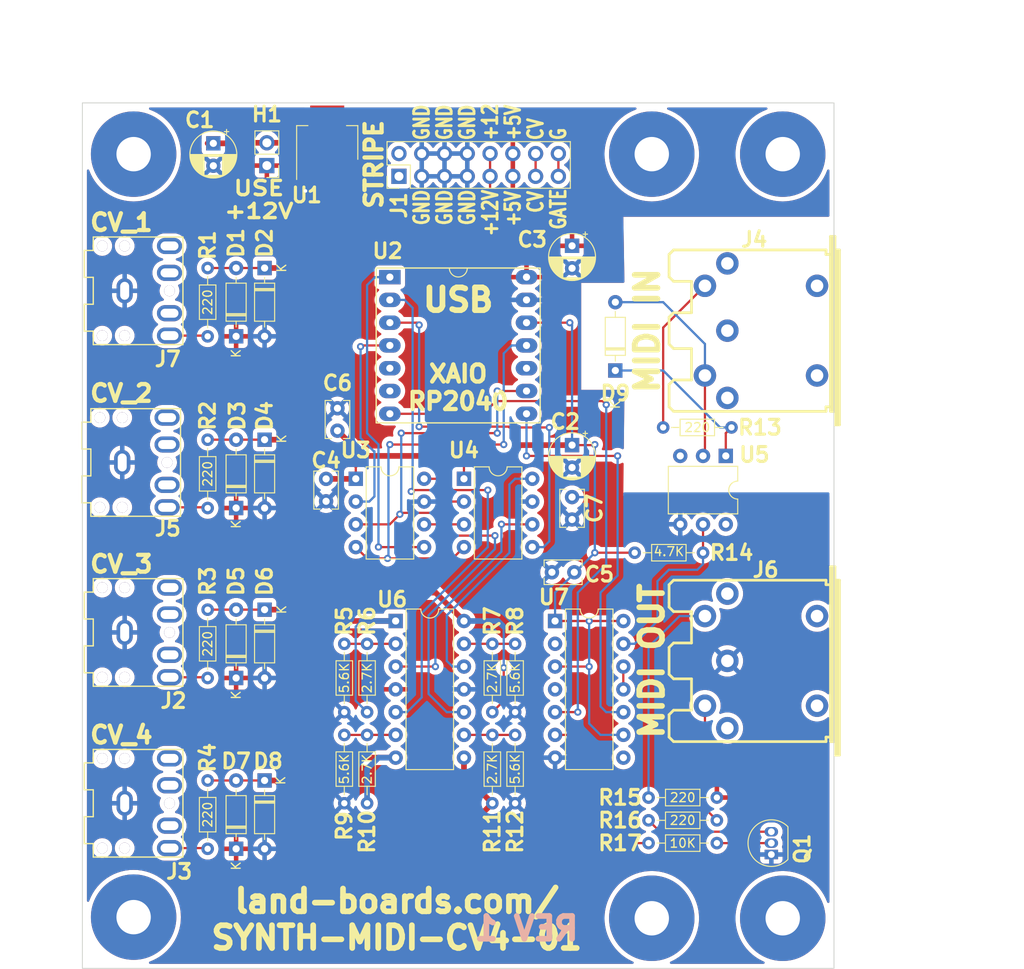
<source format=kicad_pcb>
(kicad_pcb (version 20211014) (generator pcbnew)
  (title_block (title "SYNTH MIDI COMTROLLER") (date "2022-09-23") (rev "1") (company "LAND BOARDS, LLC"))
  (layers (0 "F.Cu" signal) (31 "B.Cu" signal) (34 "B.Paste" user) (35 "F.Paste" user) (36 "B.SilkS" user "B.Silkscreen") (37 "F.SilkS" user "F.Silkscreen") (38 "B.Mask" user) (39 "F.Mask" user) (44 "Edge.Cuts" user))
  (net 0 "")
  (net 1 "Net-(D9-Pad1)")
  (net 2 "+3V3")
  (net 3 "+5V")
  (net 5 "+12V")
  (net 6 "Net-(C1-Pad1)")
  (net 11 "/RXD")
  (net 14 "/MIDI_IN")
  (net 15 "/CV_OUT")
  (net 16 "/CV4_I")
  (net 17 "/GATE_OUT")
  (net 18 "/CV3_I")
  (net 19 "Net-(D9-Pad2)")
  (net 20 "Net-(J6-Pad5)")
  (net 21 "Net-(Q1-Pad2)")
  (net 22 "Net-(Q1-Pad3)")
  (net 23 "/CV1_I")
  (net 24 "Net-(J6-Pad4)")
  (net 25 "/CV2_I")
  (net 26 "/CV4")
  (net 27 "/CV3")
  (net 28 "Net-(J8-Pad3)")
  (net 29 "/CV1")
  (net 30 "Net-(J8-Pad4)")
  (net 31 "/CV2")
  (net 37 "GND")
  (net 38 "Net-(U2-Pad7)")
  (net 39 "/CS01*")
  (net 44 "/LD34*")
  (net 45 "/CS23*")
  (net 46 "/LD12*")
  (net 47 "/SCK")
  (net 48 "/MOSI")
  (net 49 "Net-(R5-Pad2)")
  (net 50 "Net-(R7-Pad1)")
  (net 51 "Net-(R10-Pad1)")
  (net 52 "Net-(R11-Pad1)")
  (net 53 "Net-(R14-Pad1)")
  (net 54 "Net-(R17-Pad2)")
  (net 56 "Net-(U7-Pad11)")
  (net 57 "/AOUT4")
  (net 58 "/AOUT3")
  (net 59 "/AOUT2")
  (net 60 "/AOUT1")
  (footprint "Capacitor_THT:CP_Radial_D5.0mm_P2.50mm" (layer "F.Cu") (at 140.97 38.799888 -90)
    (fp_text reference "C3")
    (fp_text value "10uF")
  )
  (footprint "Diode_THT:D_DO-35_SOD27_P7.62mm_Horizontal" (layer "F.Cu") (at 106.68 98.425 -90)
    (fp_text reference "D8")
    (fp_text value "BAT41")
  )
  (footprint "Capacitor_THT:CP_Radial_D5.0mm_P2.50mm" (layer "F.Cu") (at 140.97 61.024888 -90)
    (fp_text reference "C2")
    (fp_text value "10uF")
  )
  (footprint "Diode_THT:D_DO-35_SOD27_P7.62mm_Horizontal" (layer "F.Cu") (at 106.68 41.275 -90)
    (fp_text reference "D2")
    (fp_text value "BAT41")
  )
  (footprint "LandBoards_MountHoles:MTG-6-32" (layer "F.Cu") (at 92.075 113.665)
    (fp_text reference "MTG2" hide)
    (fp_text value "MountingHole" hide)
  )
  (footprint "Resistor_THT:R_Axial_DIN0204_L3.6mm_D1.6mm_P7.62mm_Horizontal" (layer "F.Cu") (at 132.08 93.345 -90)
    (fp_text reference "R11")
    (fp_text value "2.7K")
  )
  (footprint "LandBoards_MountHoles:MTG-6-32" (layer "F.Cu") (at 164.465 28.575)
    (fp_text reference "MTG3" hide)
    (fp_text value "MountingHole" hide)
  )
  (footprint "LandBoards_MountHoles:MTG-6-32" (layer "F.Cu") (at 146.558 114.173)
    (fp_text reference "MTG6" hide)
    (fp_text value "MountingHole" hide)
  )
  (footprint "Resistor_THT:R_Axial_DIN0204_L3.6mm_D1.6mm_P7.62mm_Horizontal" (layer "F.Cu") (at 100.33 60.42 -90)
    (fp_text reference "R2")
    (fp_text value "220")
  )
  (footprint "Resistor_THT:R_Axial_DIN0204_L3.6mm_D1.6mm_P7.62mm_Horizontal" (layer "F.Cu") (at 118.11 93.345 -90)
    (fp_text reference "R10")
    (fp_text value "2.7K")
  )
  (footprint "Capacitor_THT:C_Rect_L4.0mm_W2.5mm_P2.50mm" (layer "F.Cu") (at 141.224 75.204 180)
    (fp_text reference "C5")
    (fp_text value "0.1uF")
  )
  (footprint "Resistor_THT:R_Axial_DIN0204_L3.6mm_D1.6mm_P7.62mm_Horizontal" (layer "F.Cu") (at 100.33 98.425 -90)
    (fp_text reference "R4")
    (fp_text value "220")
  )
  (footprint "Resistor_THT:R_Axial_DIN0204_L3.6mm_D1.6mm_P7.62mm_Horizontal" (layer "F.Cu") (at 151.13 59.055)
    (fp_text reference "R13")
    (fp_text value "220")
  )
  (footprint "Resistor_THT:R_Axial_DIN0204_L3.6mm_D1.6mm_P7.62mm_Horizontal" (layer "F.Cu") (at 132.08 83.185 -90)
    (fp_text reference "R7")
    (fp_text value "2.7K")
  )
  (footprint "LandBoards_Conns:Jack_3.5mm_CUI_SJ1-3523N_Horizontal" (layer "F.Cu") (at 91.075 100.965 90)
    (fp_text reference "J3")
    (fp_text value "AudioJack3" hide)
  )
  (footprint "Package_DIP:DIP-8_W7.62mm" (layer "F.Cu") (at 116.85 64.78)
    (fp_text reference "U3")
    (fp_text value "MCP4822-E/P")
  )
  (footprint "Package_DIP:DIP-6_W7.62mm" (layer "F.Cu") (at 158.115 62.23 -90)
    (fp_text reference "U5")
    (fp_text value "CNY17-4X006")
  )
  (footprint "LandBoards_Conns:Jack_3.5mm_CUI_SJ1-3523N_Horizontal" (layer "F.Cu") (at 90.805 62.96 90)
    (fp_text reference "J5")
    (fp_text value "AudioJack3" hide)
  )
  (footprint "Capacitor_THT:C_Rect_L4.0mm_W2.5mm_P2.50mm" (layer "F.Cu") (at 140.97 66.822 -90)
    (fp_text reference "C7")
    (fp_text value "0.1uF")
  )
  (footprint "Diode_THT:D_DO-35_SOD27_P7.62mm_Horizontal" (layer "F.Cu") (at 103.505 68.04 90)
    (fp_text reference "D3")
    (fp_text value "BAT41")
  )
  (footprint "Package_DIP:DIP-8_W7.62mm" (layer "F.Cu") (at 128.915 64.78)
    (fp_text reference "U4")
    (fp_text value "MCP4822-E/P")
  )
  (footprint "Resistor_THT:R_Axial_DIN0204_L3.6mm_D1.6mm_P7.62mm_Horizontal" (layer "F.Cu") (at 118.11 83.185 -90)
    (fp_text reference "R6")
    (fp_text value "2.7K")
  )
  (footprint "Diode_THT:D_DO-35_SOD27_P7.62mm_Horizontal" (layer "F.Cu") (at 145.796 52.705 90)
    (fp_text reference "D9")
    (fp_text value "BAT41")
  )
  (footprint "Resistor_THT:R_Axial_DIN0204_L3.6mm_D1.6mm_P7.62mm_Horizontal" (layer "F.Cu") (at 100.33 41.275 -90)
    (fp_text reference "R1")
    (fp_text value "220")
  )
  (footprint "Diode_THT:D_DO-35_SOD27_P7.62mm_Horizontal" (layer "F.Cu") (at 103.505 48.895 90)
    (fp_text reference "D1")
    (fp_text value "BAT41")
  )
  (footprint "Diode_THT:D_DO-35_SOD27_P7.62mm_Horizontal" (layer "F.Cu") (at 103.505 106.045 90)
    (fp_text reference "D7")
    (fp_text value "BAT41")
  )
  (footprint "Diode_THT:D_DO-35_SOD27_P7.62mm_Horizontal" (layer "F.Cu") (at 106.68 79.375 -90)
    (fp_text reference "D6")
    (fp_text value "BAT41")
  )
  (footprint "Package_DIP:DIP-14_W7.62mm" (layer "F.Cu") (at 121.295 80.64)
    (fp_text reference "U6")
    (fp_text value "MCP6234")
  )
  (footprint "LandBoards_Conns:MIDI_DIN-5" (layer "F.Cu") (at 161.29 85.09 90)
    (fp_text reference "J6")
    (fp_text value "DIN-5" hide)
  )
  (footprint "Resistor_THT:R_Axial_DIN0204_L3.6mm_D1.6mm_P7.62mm_Horizontal" (layer "F.Cu") (at 115.57 90.805 90)
    (fp_text reference "R5")
    (fp_text value "5.6K")
  )
  (footprint "Resistor_THT:R_Axial_DIN0204_L3.6mm_D1.6mm_P7.62mm_Horizontal" (layer "F.Cu") (at 100.33 79.375 -90)
    (fp_text reference "R3")
    (fp_text value "220")
  )
  (footprint "LandBoards_MountHoles:MTG-6-32" (layer "F.Cu") (at 147.574 28.194)
    (fp_text reference "MTG5" hide)
    (fp_text value "MountingHole" hide)
  )
  (footprint "Diode_THT:D_DO-35_SOD27_P7.62mm_Horizontal" (layer "F.Cu") (at 106.68 60.42 -90)
    (fp_text reference "D4")
    (fp_text value "BAT41")
  )
  (footprint "Connector_PinHeader_2.54mm:PinHeader_2x08_P2.54mm_Vertical" (layer "F.Cu") (at 121.666 31.05 90)
    (fp_text reference "J1")
    (fp_text value "Conn_02x08_Odd_Even")
  )
  (footprint "Resistor_THT:R_Axial_DIN0204_L3.6mm_D1.6mm_P7.62mm_Horizontal" (layer "F.Cu") (at 149.5 102.87)
    (fp_text reference "R16")
    (fp_text value "220")
  )
  (footprint "Package_TO_SOT_THT:TO-92_Inline" (layer "F.Cu") (at 163.195 106.68 90)
    (fp_text reference "Q1")
    (fp_text value "2N3904")
  )
  (footprint "LandBoards_BoardOutlines:QT_Py" (layer "F.Cu") (at 120.65 42.291)
    (fp_text reference "U2")
    (fp_text value "XIAO_RP2040")
  )
  (footprint "Diode_THT:D_DO-35_SOD27_P7.62mm_Horizontal" (layer "F.Cu") (at 103.505 86.995 90)
    (fp_text reference "D5")
    (fp_text value "BAT41")
  )
  (footprint "Capacitor_THT:C_Rect_L4.0mm_W2.5mm_P2.50mm" (layer "F.Cu") (at 113.538 64.79 -90)
    (fp_text reference "C4")
    (fp_text value "0.1uF")
  )
  (footprint "Connector_PinHeader_2.54mm:PinHeader_1x02_P2.54mm_Vertical" (layer "F.Cu") (at 106.934 29.85 180)
    (fp_text reference "H1")
    (fp_text value "Conn_01x02")
  )
  (footprint "LandBoards_MountHoles:MTG-6-32" (layer "F.Cu") (at 164.465 113.665)
    (fp_text reference "MTG4" hide)
    (fp_text value "MountingHole" hide)
  )
  (footprint "Capacitor_THT:C_Rect_L4.0mm_W2.5mm_P2.50mm" (layer "F.Cu") (at 114.808 59.416 90)
    (fp_text reference "C6")
    (fp_text value "0.1uF")
  )
  (footprint "LandBoards_MountHoles:MTG-6-32" (layer "F.Cu") (at 92.075 28.575)
    (fp_text reference "MTG1" hide)
    (fp_text value "MountingHole" hide)
  )
  (footprint "Resistor_THT:R_Axial_DIN0204_L3.6mm_D1.6mm_P7.62mm_Horizontal" (layer "F.Cu") (at 134.62 90.805 90)
    (fp_text reference "R8")
    (fp_text value "5.6K")
  )
  (footprint "Resistor_THT:R_Axial_DIN0204_L3.6mm_D1.6mm_P7.62mm_Horizontal" (layer "F.Cu") (at 155.575 73.025 180)
    (fp_text reference "R14")
    (fp_text value "4.7K")
  )
  (footprint "Resistor_THT:R_Axial_DIN0204_L3.6mm_D1.6mm_P7.62mm_Horizontal" (layer "F.Cu") (at 115.57 100.965 90)
    (fp_text reference "R9")
    (fp_text value "5.6K")
  )
  (footprint "Resistor_THT:R_Axial_DIN0204_L3.6mm_D1.6mm_P7.62mm_Horizontal" (layer "F.Cu") (at 134.62 100.965 90)
    (fp_text reference "R12")
    (fp_text value "5.6K")
  )
  (footprint "LandBoards_Conns:MIDI_DIN-5" (layer "F.Cu") (at 161.29 48.26 90)
    (fp_text reference "J4")
    (fp_text value "DIN-5" hide)
  )
  (footprint "Resistor_THT:R_Axial_DIN0204_L3.6mm_D1.6mm_P7.62mm_Horizontal" (layer "F.Cu") (at 149.5 100.33)
    (fp_text reference "R15")
    (fp_text value "220")
  )
  (footprint "LandBoards_Conns:Jack_3.5mm_CUI_SJ1-3523N_Horizontal" (layer "F.Cu") (at 91.075 81.915 90)
    (fp_text reference "J2")
    (fp_text value "AudioJack3" hide)
  )
  (footprint "Capacitor_THT:CP_Radial_D5.0mm_P2.50mm" (layer "F.Cu") (at 100.965 27.369888 -90)
    (fp_text reference "C1")
    (fp_text value "10uF")
  )
  (footprint "LandBoards_Conns:Jack_3.5mm_CUI_SJ1-3523N_Horizontal" (layer "F.Cu") (at 91.075 43.815 90)
    (fp_text reference "J7")
    (fp_text value "AudioJack3" hide)
  )
  (footprint "Package_DIP:DIP-14_W7.62mm" (layer "F.Cu") (at 139.075 80.64)
    (fp_text reference "U7")
    (fp_text value "74HC14")
  )
  (footprint "Resistor_THT:R_Axial_DIN0204_L3.6mm_D1.6mm_P7.62mm_Horizontal" (layer "F.Cu") (at 157.12 105.41 180)
    (fp_text reference "R17")
    (fp_text value "10K")
  )
  (footprint "Package_TO_SOT_SMD:SOT-223" (layer "F.Cu") (at 113.665 27.305 90)
    (fp_text reference "U1")
    (fp_text value "AZ1117-5")
  )
  (gr_rect (start 86.36 22.86) (end 170.18 119.38) (layer "Edge.Cuts") (width 0.1) (fill none))
  (gr_text "REV 1" (at 135.89 114.935) (layer "B.SilkS") (effects (font (size 2.54 2.54) (thickness 0.635)) (justify mirror)))
  (gr_text "XAIO\nRP2040" (at 128.27 54.61) (layer "F.SilkS") (effects (font (size 1.905 1.905) (thickness 0.47625))))
  (gr_text "STRIPE" (at 118.872 29.718 90) (layer "F.SilkS") (effects (font (size 1.905 1.905) (thickness 0.47625))))
  (gr_text "CV_3" (at 86.995 74.295) (layer "F.SilkS") (effects (font (size 1.8796 1.905) (thickness 0.4699)) (justify left)))
  (gr_text "GND" (at 126.746 27.178 90) (layer "F.SilkS") (effects (font (size 1.651 1.27) (thickness 0.3175)) (justify left)))
  (gr_text "GND" (at 129.286 27.178 90) (layer "F.SilkS") (effects (font (size 1.651 1.27) (thickness 0.3175)) (justify left)))
  (gr_text "CV_1" (at 86.995 36.195) (layer "F.SilkS") (effects (font (size 1.8796 1.905) (thickness 0.4699)) (justify left)))
  (gr_text "CV" (at 136.906 32.512 90) (layer "F.SilkS") (effects (font (size 1.651 1.27) (thickness 0.3175)) (justify right)))
  (gr_text "+5V" (at 134.366 27.18 90) (layer "F.SilkS") (effects (font (size 1.651 1.27) (thickness 0.3175)) (justify left)))
  (gr_text "land-boards.com/\nSYNTH-MIDI-CV4-01" (at 121.412 113.919) (layer "F.SilkS") (effects (font (size 2.54 2.54) (thickness 0.635))))
  (gr_text "GND" (at 124.206 32.38 90) (layer "F.SilkS") (effects (font (size 1.651 1.27) (thickness 0.3175)) (justify right)))
  (gr_text "+12V" (at 131.856 32.38 90) (layer "F.SilkS") (effects (font (size 1.651 1.27) (thickness 0.3175)) (justify right)))
  (gr_text "MIDI OUT" (at 149.86 85.09 90) (layer "F.SilkS") (effects (font (size 2.54 2.54) (thickness 0.635))))
  (gr_text "+5V" (at 134.366 32.512 90) (layer "F.SilkS") (effects (font (size 1.651 1.27) (thickness 0.3175)) (justify right)))
  (gr_text "GND" (at 129.286 32.38 90) (layer "F.SilkS") (effects (font (size 1.651 1.27) (thickness 0.3175)) (justify right)))
  (gr_text "GATE" (at 139.446 32.258 90) (layer "F.SilkS") (effects (font (size 1.651 1.27) (thickness 0.3175)) (justify right)))
  (gr_text "CV_4" (at 86.995 93.345) (layer "F.SilkS") (effects (font (size 1.905 1.905) (thickness 0.47625)) (justify left)))
  (gr_text "CV" (at 136.906 27.178 90) (layer "F.SilkS") (effects (font (size 1.651 1.27) (thickness 0.3175)) (justify left)))
  (gr_text "USB" (at 128.27 44.831) (layer "F.SilkS") (effects (font (size 2.54 2.54) (thickness 0.635))))
  (gr_text "+12" (at 131.826 27.18 90) (layer "F.SilkS") (effects (font (size 1.651 1.27) (thickness 0.3175)) (justify left)))
  (gr_text "GND" (at 124.206 27.178 90) (layer "F.SilkS") (effects (font (size 1.651 1.27) (thickness 0.3175)) (justify left)))
  (gr_text "GND" (at 126.746 32.38 90) (layer "F.SilkS") (effects (font (size 1.651 1.27) (thickness 0.3175)) (justify right)))
  (gr_text "CV_2" (at 86.995 55.245) (layer "F.SilkS") (effects (font (size 1.8796 1.905) (thickness 0.4699)) (justify left)))
  (gr_text "MIDI IN" (at 149.352 48.26 90) (layer "F.SilkS") (effects (font (size 2.54 2.54) (thickness 0.635))))
  (gr_text "G" (at 139.446 27.178 90) (layer "F.SilkS") (effects (font (size 1.651 1.27) (thickness 0.3175)) (justify left)))
  (gr_text "USE\n+12V" (at 106.045 33.655) (layer "F.SilkS") (effects (font (size 1.5875 1.905) (thickness 0.381))))
  (segment (start 158.115 59.69) (end 158.75 59.055) (width 0.25) (layer "F.Cu") (net 1))
  (segment (start 158.115 62.23) (end 158.115 59.69) (width 0.25) (layer "F.Cu") (net 1))
  (segment (start 151.13 52.705) (end 145.796 52.705) (width 0.25) (layer "B.Cu") (net 1))
  (segment (start 158.75 59.055) (end 157.48 59.055) (width 0.25) (layer "B.Cu") (net 1))
  (segment (start 157.48 59.055) (end 151.13 52.705) (width 0.25) (layer "B.Cu") (net 1))
  (segment (start 142.87 85.72) (end 139.075 85.72) (width 0.25) (layer "F.Cu") (net 2))
  (segment (start 135.190112 61.024888) (end 140.97 61.024888) (width 0.635) (layer "F.Cu") (net 2))
  (segment (start 129.814 62.23) (end 128.915 63.129) (width 0.635) (layer "F.Cu") (net 2))
  (segment (start 140.97 61.024888) (end 143.445112 61.024888) (width 0.25) (layer "F.Cu") (net 2))
  (segment (start 113.538 64.79) (end 116.84 64.79) (width 0.635) (layer "F.Cu") (net 2))
  (segment (start 135.89 47.371) (end 140.716 47.371) (width 0.25) (layer "F.Cu") (net 2))
  (segment (start 116.85 64.78) (end 116.85 63.236) (width 0.25) (layer "F.Cu") (net 2))
  (segment (start 143.51 73.025) (end 147.955 73.025) (width 0.25) (layer "F.Cu") (net 2))
  (segment (start 117.856 62.23) (end 116.85 63.236) (width 0.635) (layer "F.Cu") (net 2))
  (segment (start 142.875 85.725) (end 142.87 85.72) (width 0.25) (layer "F.Cu") (net 2))
  (segment (start 139.075 80.64) (end 142.88 80.64) (width 0.25) (layer "F.Cu") (net 2))
  (segment (start 143.445112 61.024888) (end 143.51 60.96) (width 0.25) (layer "F.Cu") (net 2))
  (segment (start 128.915 63.129) (end 128.915 64.78) (width 0.25) (layer "F.Cu") (net 2))
  (segment (start 117.622 62.23) (end 133.985 62.23) (width 0.635) (layer "F.Cu") (net 2))
  (segment (start 117.622 62.23) (end 114.808 59.416) (width 0.635) (layer "F.Cu") (net 2))
  (segment (start 142.88 80.64) (end 146.695 80.64) (width 0.25) (layer "F.Cu") (net 2))
  (segment (start 133.985 62.23) (end 135.190112 61.024888) (width 0.635) (layer "F.Cu") (net 2))
  (via (at 143.51 60.96) (size 0.8) (drill 0.4) (layers "F.Cu" "B.Cu") (net 2))
  (via (at 140.716 47.371) (size 0.8) (drill 0.4) (layers "F.Cu" "B.Cu") (net 2))
  (via (at 143.51 73.025) (size 0.8) (drill 0.4) (layers "F.Cu" "B.Cu") (net 2))
  (via (at 142.88 80.64) (size 0.8) (drill 0.4) (layers "F.Cu" "B.Cu") (net 2))
  (via (at 142.875 85.725) (size 0.8) (drill 0.4) (layers "F.Cu" "B.Cu") (net 2))
  (segment (start 144.14 93.34) (end 142.875 92.075) (width 0.25) (layer "B.Cu") (net 2))
  (segment (start 142.875 85.725) (end 142.875 80.645) (width 0.25) (layer "B.Cu") (net 2))
  (segment (start 143.49 66.822) (end 143.51 66.802) (width 0.25) (layer "B.Cu") (net 2))
  (segment (start 143.51 73.025) (end 143.51 66.802) (width 0.25) (layer "B.Cu") (net 2))
  (segment (start 140.97 61.024888) (end 140.97 47.625) (width 0.25) (layer "B.Cu") (net 2))
  (segment (start 139.075 77.46) (end 143.51 73.025) (width 0.25) (layer "B.Cu") (net 2))
  (segment (start 146.695 93.34) (end 144.14 93.34) (width 0.25) (layer "B.Cu") (net 2))
  (segment (start 139.075 80.64) (end 139.075 77.46) (width 0.25) (layer "B.Cu") (net 2))
  (segment (start 140.97 47.625) (end 140.716 47.371) (width 0.25) (layer "B.Cu") (net 2))
  (segment (start 143.51 66.802) (end 143.51 61.024888) (width 0.25) (layer "B.Cu") (net 2))
  (segment (start 142.875 80.645) (end 142.88 80.64) (width 0.25) (layer "B.Cu") (net 2))
  (segment (start 140.97 66.822) (end 143.49 66.822) (width 0.25) (layer "B.Cu") (net 2))
  (segment (start 142.875 92.075) (end 142.875 85.725) (width 0.25) (layer "B.Cu") (net 2))
  (segment (start 118.11 34.925) (end 115.965 32.78) (width 0.635) (layer "F.Cu") (net 5))
  (segment (start 129.54 34.925) (end 118.11 34.925) (width 0.635) (layer "F.Cu") (net 5))
  (segment (start 131.826 31.05) (end 131.826 32.639) (width 0.254) (layer "F.Cu") (net 5))
  (segment (start 115.965 32.78) (end 115.965 30.455) (width 0.254) (layer "F.Cu") (net 5))
  (segment (start 129.54 34.925) (end 131.826 32.639) (width 0.635) (layer "F.Cu") (net 5))
  (segment (start 131.826 31.05) (end 131.826 28.51) (width 0.254) (layer "F.Cu") (net 5))
  (segment (start 104.132776 27.31) (end 106.934 27.31) (width 0.635) (layer "F.Cu") (net 6))
  (segment (start 113.665 27.305) (end 113.665 24.155) (width 0.635) (layer "F.Cu") (net 6))
  (segment (start 111.683 27.305) (end 111.678 27.31) (width 0.635) (layer "F.Cu") (net 6))
  (segment (start 100.33 27.369888) (end 104.072888 27.369888) (width 0.635) (layer "F.Cu") (net 6))
  (segment (start 113.665 27.305) (end 113.665 30.455) (width 0.635) (layer "F.Cu") (net 6))
  (segment (start 104.072888 27.369888) (end 104.132776 27.31) (width 0.635) (layer "F.Cu") (net 6))
  (segment (start 111.683 27.305) (end 113.665 27.305) (width 0.635) (layer "F.Cu") (net 6))
  (segment (start 111.678 27.31) (end 106.934 27.31) (width 0.635) (layer "F.Cu") (net 6))
  (segment (start 135.89 62.23) (end 146.05 62.23) (width 0.25) (layer "F.Cu") (net 11))
  (via (at 146.05 62.23) (size 0.8) (drill 0.4) (layers "F.Cu" "B.Cu") (net 11))
  (via (at 135.89 62.23) (size 0.8) (drill 0.4) (layers "F.Cu" "B.Cu") (net 11))
  (segment (start 144.775 90.8) (end 144.145 90.17) (width 0.25) (layer "B.Cu") (net 11))
  (segment (start 146.05 75.565) (end 144.145 77.47) (width 0.25) (layer "B.Cu") (net 11))
  (segment (start 146.05 62.23) (end 146.05 75.565) (width 0.25) (layer "B.Cu") (net 11))
  (segment (start 135.89 62.23) (end 135.89 57.531) (width 0.25) (layer "B.Cu") (net 11))
  (segment (start 144.145 90.17) (end 144.145 77.47) (width 0.25) (layer "B.Cu") (net 11))
  (segment (start 146.695 90.8) (end 144.775 90.8) (width 0.25) (layer "B.Cu") (net 11))
  (segment (start 151.13 47.92) (end 155.79 43.26) (width 0.25) (layer "F.Cu") (net 14))
  (segment (start 151.13 59.055) (end 151.13 47.92) (width 0.25) (layer "F.Cu") (net 14))
  (segment (start 136.906 28.51) (end 136.906 31.05) (width 0.254) (layer "F.Cu") (net 15))
  (segment (start 128.915 95.88) (end 128.915 97.8) (width 0.635) (layer "F.Cu") (net 16))
  (segment (start 103.505 98.425) (end 106.68 98.425) (width 0.25) (layer "F.Cu") (net 16))
  (segment (start 129.54 103.505) (end 132.08 100.965) (width 0.635) (layer "F.Cu") (net 16))
  (segment (start 128.915 97.8) (end 132.08 100.965) (width 0.635) (layer "F.Cu") (net 16))
  (segment (start 100.33 98.425) (end 103.505 98.425) (width 0.25) (layer "F.Cu") (net 16))
  (segment (start 113.03 103.505) (end 129.54 103.505) (width 0.635) (layer "F.Cu") (net 16))
  (segment (start 107.95 98.425) (end 113.03 103.505) (width 0.635) (layer "F.Cu") (net 16))
  (segment (start 106.68 98.425) (end 107.95 98.425) (width 0.635) (layer "F.Cu") (net 16))
  (segment (start 139.446 28.51) (end 139.446 31.05) (width 0.254) (layer "F.Cu") (net 17))
  (segment (start 109.855 91.44) (end 109.855 80.645) (width 0.635) (layer "F.Cu") (net 18))
  (segment (start 100.33 79.375) (end 103.505 79.375) (width 0.25) (layer "F.Cu") (net 18))
  (segment (start 109.855 80.645) (end 108.585 79.375) (width 0.635) (layer "F.Cu") (net 18))
  (segment (start 103.505 79.375) (end 106.68 79.375) (width 0.25) (layer "F.Cu") (net 18))
  (segment (start 121.295 95.88) (end 114.295 95.88) (width 0.635) (layer "F.Cu") (net 18))
  (segment (start 108.585 79.375) (end 106.68 79.375) (width 0.635) (layer "F.Cu") (net 18))
  (segment (start 114.295 95.88) (end 109.855 91.44) (width 0.635) (layer "F.Cu") (net 18))
  (segment (start 118.11 97.155) (end 119.385 95.88) (width 0.635) (layer "B.Cu") (net 18))
  (segment (start 119.385 95.88) (end 121.295 95.88) (width 0.635) (layer "B.Cu") (net 18))
  (segment (start 118.11 100.965) (end 118.11 97.155) (width 0.635) (layer "B.Cu") (net 18))
  (segment (start 155.79 53.26) (end 155.79 62.015) (width 0.25) (layer "F.Cu") (net 19))
  (segment (start 155.79 53.26) (end 155.79 49.745) (width 0.25) (layer "B.Cu") (net 19))
  (segment (start 155.79 49.745) (end 151.13 45.085) (width 0.25) (layer "B.Cu") (net 19))
  (segment (start 151.13 45.085) (end 145.796 45.085) (width 0.25) (layer "B.Cu") (net 19))
  (segment (start 155.79 101.54) (end 157.12 102.87) (width 0.25) (layer "F.Cu") (net 20))
  (segment (start 155.79 90.09) (end 155.79 101.54) (width 0.25) (layer "F.Cu") (net 20))
  (segment (start 157.12 105.41) (end 163.195 105.41) (width 0.25) (layer "F.Cu") (net 21))
  (segment (start 150.77 104.14) (end 163.195 104.14) (width 0.25) (layer "F.Cu") (net 22))
  (segment (start 149.5 102.87) (end 150.77 104.14) (width 0.25) (layer "F.Cu") (net 22))
  (segment (start 133.35 85.852) (end 133.35 89.535) (width 0.25) (layer "F.Cu") (net 23))
  (segment (start 111.4425 43.4975) (end 109.22 41.275) (width 0.635) (layer "F.Cu") (net 23))
  (segment (start 109.22 41.275) (end 106.68 41.275) (width 0.635) (layer "F.Cu") (net 23))
  (segment (start 111.4425 73.5965) (end 111.4425 43.4975) (width 0.635) (layer "F.Cu") (net 23))
  (segment (start 133.35 89.535) (end 132.08 90.805) (width 0.25) (layer "F.Cu") (net 23))
  (segment (start 103.505 41.275) (end 106.68 41.275) (width 0.25) (layer "F.Cu") (net 23))
  (segment (start 128.915 80.64) (end 125.745 77.47) (width 0.635) (layer "F.Cu") (net 23))
  (segment (start 125.745 77.47) (end 115.316 77.47) (width 0.635) (layer "F.Cu") (net 23))
  (segment (start 100.33 41.275) (end 103.505 41.275) (width 0.25) (layer "F.Cu") (net 23))
  (segment (start 115.316 77.47) (end 111.4425 73.5965) (width 0.635) (layer "F.Cu") (net 23))
  (via (at 133.35 85.852) (size 0.8) (drill 0.4) (layers "F.Cu" "B.Cu") (net 23))
  (segment (start 133.35 85.852) (end 133.35 81.28) (width 0.25) (layer "B.Cu") (net 23))
  (segment (start 132.71 80.64) (end 128.915 80.64) (width 0.635) (layer "B.Cu") (net 23))
  (segment (start 133.35 81.28) (end 132.71 80.64) (width 0.635) (layer "B.Cu") (net 23))
  (segment (start 155.79 80.09) (end 152.955 80.09) (width 0.25) (layer "B.Cu") (net 24))
  (segment (start 152.955 80.09) (end 149.5 83.545) (width 0.25) (layer "B.Cu") (net 24))
  (segment (start 149.5 83.545) (end 149.5 100.33) (width 0.25) (layer "B.Cu") (net 24))
  (segment (start 108.68 60.42) (end 106.68 60.42) (width 0.635) (layer "F.Cu") (net 25))
  (segment (start 109.982 61.722) (end 108.68 60.42) (width 0.635) (layer "F.Cu") (net 25))
  (segment (start 109.982 78.232) (end 109.982 61.722) (width 0.635) (layer "F.Cu") (net 25))
  (segment (start 100.775 60.42) (end 103.95 60.42) (width 0.25) (layer "F.Cu") (net 25))
  (segment (start 121.295 80.64) (end 112.39 80.64) (width 0.635) (layer "F.Cu") (net 25))
  (segment (start 103.95 60.42) (end 107.125 60.42) (width 0.25) (layer "F.Cu") (net 25))
  (segment (start 112.39 80.64) (end 109.982 78.232) (width 0.635) (layer "F.Cu") (net 25))
  (segment (start 116.84 89.535) (end 118.11 90.805) (width 0.25) (layer "B.Cu") (net 25))
  (segment (start 117.48 80.64) (end 121.295 80.64) (width 0.635) (layer "B.Cu") (net 25))
  (segment (start 116.84 81.28) (end 117.48 80.64) (width 0.25) (layer "B.Cu") (net 25))
  (segment (start 116.84 89.535) (end 116.84 81.28) (width 0.25) (layer "B.Cu") (net 25))
  (segment (start 96.075 105.965) (end 100.25 105.965) (width 0.25) (layer "F.Cu") (net 26))
  (segment (start 96.075 86.915) (end 100.25 86.915) (width 0.25) (layer "F.Cu") (net 27))
  (segment (start 96.075 48.815) (end 100.25 48.815) (width 0.25) (layer "F.Cu") (net 29))
  (segment (start 95.805 67.96) (end 100.25 67.96) (width 0.25) (layer "F.Cu") (net 31))
  (segment (start 111.238 32.678) (end 111.238 30.48) (width 0.254) (layer "F.Cu") (net 37))
  (via (at 111.238 32.678) (size 0.8) (drill 0.4) (layers "F.Cu" "B.Cu") (net 37))
  (segment (start 132.47948 56.11552) (end 144.38052 56.11552) (width 0.25) (layer "F.Cu") (net 38))
  (segment (start 144.38052 56.11552) (end 144.78 56.515) (width 0.25) (layer "F.Cu") (net 38))
  (segment (start 131.064 57.531) (end 132.47948 56.11552) (width 0.25) (layer "F.Cu") (net 38))
  (segment (start 141.61 90.8) (end 139.075 90.8) (width 0.25) (layer "F.Cu") (net 38))
  (segment (start 120.65 57.531) (end 131.064 57.531) (width 0.25) (layer "F.Cu") (net 38))
  (via (at 141.61 90.8) (size 0.8) (drill 0.4) (layers "F.Cu" "B.Cu") (net 38))
  (via (at 144.78 56.515) (size 0.8) (drill 0.4) (layers "F.Cu" "B.Cu") (net 38))
  (segment (start 141.61 90.8) (end 141.61 77.465) (width 0.25) (layer "B.Cu") (net 38))
  (segment (start 141.61 77.465) (end 144.78 74.295) (width 0.25) (layer "B.Cu") (net 38))
  (segment (start 144.78 56.515) (end 144.78 74.295) (width 0.25) (layer "B.Cu") (net 38))
  (segment (start 128.915 67.32) (end 126.502 67.32) (width 0.25) (layer "F.Cu") (net 39))
  (segment (start 125.222 66.04) (end 123.19 66.04) (width 0.25) (layer "F.Cu") (net 39))
  (segment (start 126.502 67.32) (end 125.222 66.04) (width 0.25) (layer "F.Cu") (net 39))
  (segment (start 123.19 66.04) (end 123.034511 66.195489) (width 0.25) (layer "F.Cu") (net 39))
  (via (at 123.034511 66.195489) (size 0.8) (drill 0.4) (layers "F.Cu" "B.Cu") (net 39))
  (segment (start 123.19 45.72) (end 122.301 44.831) (width 0.25) (layer "B.Cu") (net 39))
  (segment (start 122.301 44.831) (end 120.65 44.831) (width 0.25) (layer "B.Cu") (net 39))
  (segment (start 123.19 66.04) (end 123.19 45.72) (width 0.25) (layer "B.Cu") (net 39))
  (segment (start 123.034511 66.195489) (end 123.19 66.04) (width 0.25) (layer "B.Cu") (net 39))
  (segment (start 124.47 72.4) (end 119.39 72.4) (width 0.25) (layer "F.Cu") (net 44))
  (segment (start 119.39 72.4) (end 119.38 72.39) (width 0.25) (layer "F.Cu") (net 44))
  (via (at 119.38 72.39) (size 0.8) (drill 0.4) (layers "F.Cu" "B.Cu") (net 44))
  (segment (start 119.38 72.39) (end 119.38 60.96) (width 0.25) (layer "B.Cu") (net 44))
  (segment (start 118.11 59.69) (end 118.11 43.18) (width 0.25) (layer "B.Cu") (net 44))
  (segment (start 119.38 60.96) (end 118.11 59.69) (width 0.25) (layer "B.Cu") (net 44))
  (segment (start 118.999 42.291) (end 120.65 42.291) (width 0.25) (layer "B.Cu") (net 44))
  (segment (start 118.11 43.18) (end 118.999 42.291) (width 0.25) (layer "B.Cu") (net 44))
  (segment (start 117.5125 49.911) (end 117.3855 50.038) (width 0.25) (layer "F.Cu") (net 45))
  (segment (start 120.65 49.911) (end 117.5125 49.911) (width 0.25) (layer "F.Cu") (net 45))
  (via (at 117.3855 50.038) (size 0.8) (drill 0.4) (layers "F.Cu" "B.Cu") (net 45))
  (segment (start 118.872 61.722) (end 118.93048 61.722) (width 0.25) (layer "B.Cu") (net 45))
  (segment (start 118.354 67.32) (end 116.85 67.32) (width 0.25) (layer "B.Cu") (net 45))
  (segment (start 117.3855 50.038) (end 117.3855 60.2355) (width 0.25) (layer "B.Cu") (net 45))
  (segment (start 118.93048 61.722) (end 118.93048 66.74352) (width 0.25) (layer "B.Cu") (net 45))
  (segment (start 118.93048 66.74352) (end 118.354 67.32) (width 0.25) (layer "B.Cu") (net 45))
  (segment (start 117.3855 60.2355) (end 118.872 61.722) (width 0.25) (layer "B.Cu") (net 45))
  (segment (start 138.43 59.055) (end 133.985 59.055) (width 0.25) (layer "F.Cu") (net 46))
  (segment (start 123.6605 47.371) (end 120.65 47.371) (width 0.25) (layer "F.Cu") (net 46))
  (segment (start 133.895489 58.965489) (end 123.914511 58.965489) (width 0.25) (layer "F.Cu") (net 46))
  (segment (start 133.985 59.055) (end 133.895489 58.965489) (width 0.25) (layer "F.Cu") (net 46))
  (segment (start 123.9145 47.625) (end 123.6605 47.371) (width 0.25) (layer "F.Cu") (net 46))
  (via (at 138.43 59.055) (size 0.8) (drill 0.4) (layers "F.Cu" "B.Cu") (net 46))
  (via (at 123.914511 58.965489) (size 0.8) (drill 0.4) (layers "F.Cu" "B.Cu") (net 46))
  (via (at 123.9145 47.625) (size 0.8) (drill 0.4) (layers "F.Cu" "B.Cu") (net 46))
  (segment (start 138.43 71.755) (end 138.43 59.055) (width 0.25) (layer "B.Cu") (net 46))
  (segment (start 136.535 72.4) (end 137.785 72.4) (width 0.25) (layer "B.Cu") (net 46))
  (segment (start 123.914511 58.965489) (end 123.9145 58.965478) (width 0.25) (layer "B.Cu") (net 46))
  (segment (start 137.785 72.4) (end 138.43 71.755) (width 0.25) (layer "B.Cu") (net 46))
  (segment (start 123.9145 58.965478) (end 123.9145 47.625) (width 0.25) (layer "B.Cu") (net 46))
  (segment (start 121.92 59.69) (end 132.6255 59.69) (width 0.25) (layer "F.Cu") (net 47))
  (segment (start 128.915 69.86) (end 126.756 69.86) (width 0.25) (layer "F.Cu") (net 47))
  (segment (start 121.92 68.58) (end 121.764511 68.735489) (width 0.25) (layer "F.Cu") (net 47))
  (segment (start 125.476 68.58) (end 121.92 68.58) (width 0.25) (layer "F.Cu") (net 47))
  (segment (start 120.64 69.86) (end 121.764511 68.735489) (width 0.25) (layer "F.Cu") (net 47))
  (segment (start 132.6255 54.991) (end 135.89 54.991) (width 0.25) (layer "F.Cu") (net 47))
  (segment (start 126.756 69.86) (end 125.476 68.58) (width 0.25) (layer "F.Cu") (net 47))
  (segment (start 116.85 69.86) (end 120.64 69.86) (width 0.25) (layer "F.Cu") (net 47))
  (via (at 121.92 59.69) (size 0.8) (drill 0.4) (layers "F.Cu" "B.Cu") (net 47))
  (via (at 132.6255 54.991) (size 0.8) (drill 0.4) (layers "F.Cu" "B.Cu") (net 47))
  (via (at 121.764511 68.735489) (size 0.8) (drill 0.4) (layers "F.Cu" "B.Cu") (net 47))
  (via (at 132.6255 59.69) (size 0.8) (drill 0.4) (layers "F.Cu" "B.Cu") (net 47))
  (segment (start 132.6255 59.69) (end 132.6255 54.991) (width 0.25) (layer "B.Cu") (net 47))
  (segment (start 121.764511 68.735489) (end 121.92 68.58) (width 0.25) (layer "B.Cu") (net 47))
  (segment (start 121.92 68.58) (end 121.92 59.69) (width 0.25) (layer "B.Cu") (net 47))
  (segment (start 120.65 60.96) (end 133.35 60.96) (width 0.25) (layer "F.Cu") (net 48))
  (segment (start 120.396 73.66) (end 127.655 73.66) (width 0.25) (layer "F.Cu") (net 48))
  (segment (start 127.655 73.66) (end 128.915 72.4) (width 0.25) (layer "F.Cu") (net 48))
  (segment (start 118.11 73.66) (end 120.396 73.66) (width 0.25) (layer "F.Cu") (net 48))
  (segment (start 116.85 72.4) (end 118.11 73.66) (width 0.25) (layer "F.Cu") (net 48))
  (via (at 120.65 60.96) (size 0.8) (drill 0.4) (layers "F.Cu" "B.Cu") (net 48))
  (via (at 120.396 73.66) (size 0.8) (drill 0.4) (layers "F.Cu" "B.Cu") (net 48))
  (via (at 133.35 60.96) (size 0.8) (drill 0.4) (layers "F.Cu" "B.Cu") (net 48))
  (segment (start 120.494511 73.561489) (end 120.494511 61.115489) (width 0.25) (layer "B.Cu") (net 48))
  (segment (start 120.494511 61.115489) (end 120.65 60.96) (width 0.25) (layer "B.Cu") (net 48))
  (segment (start 120.494511 73.561489) (end 120.396 73.66) (width 0.25) (layer "B.Cu") (net 48))
  (segment (start 134.239 49.911) (end 133.35 50.8) (width 0.25) (layer "B.Cu") (net 48))
  (segment (start 133.35 60.96) (end 133.35 50.8) (width 0.25) (layer "B.Cu") (net 48))
  (segment (start 135.89 49.911) (end 134.239 49.911) (width 0.25) (layer "B.Cu") (net 48))
  (segment (start 115.57 83.185) (end 118.11 83.185) (width 0.25) (layer "F.Cu") (net 49))
  (segment (start 118.11 83.185) (end 121.29 83.185) (width 0.25) (layer "F.Cu") (net 49))
  (segment (start 128.915 83.18) (end 132.075 83.18) (width 0.25) (layer "F.Cu") (net 50))
  (segment (start 132.08 83.185) (end 134.62 83.185) (width 0.25) (layer "F.Cu") (net 50))
  (segment (start 121.295 93.34) (end 118.115 93.34) (width 0.25) (layer "F.Cu") (net 51))
  (segment (start 118.11 93.345) (end 115.57 93.345) (width 0.25) (layer "F.Cu") (net 51))
  (segment (start 128.915 93.34) (end 132.075 93.34) (width 0.25) (layer "F.Cu") (net 52))
  (segment (start 132.08 93.345) (end 134.62 93.345) (width 0.25) (layer "F.Cu") (net 52))
  (segment (start 155.575 69.85) (end 155.575 73.025) (width 0.25) (layer "F.Cu") (net 53))
  (segment (start 150.495 76.2) (end 151.765 74.93) (width 0.25) (layer "B.Cu") (net 53))
  (segment (start 150.495 80.645) (end 150.495 76.2) (width 0.25) (layer "B.Cu") (net 53))
  (segment (start 155.575 74.295) (end 155.575 73.025) (width 0.25) (layer "B.Cu") (net 53))
  (segment (start 147.96 83.18) (end 150.495 80.645) (width 0.25) (layer "B.Cu") (net 53))
  (segment (start 146.695 83.18) (end 147.96 83.18) (width 0.25) (layer "B.Cu") (net 53))
  (segment (start 154.94 74.93) (end 155.575 74.295) (width 0.25) (layer "B.Cu") (net 53))
  (segment (start 151.765 74.93) (end 154.94 74.93) (width 0.25) (layer "B.Cu") (net 53))
  (segment (start 144.78 105.41) (end 149.5 105.41) (width 0.25) (layer "F.Cu") (net 54))
  (segment (start 143.51 104.14) (end 144.78 105.41) (width 0.25) (layer "F.Cu") (net 54))
  (segment (start 143.51 95.25) (end 143.51 104.14) (width 0.25) (layer "F.Cu") (net 54))
  (segment (start 141.6 93.34) (end 143.51 95.25) (width 0.25) (layer "F.Cu") (net 54))
  (segment (start 139.075 93.34) (end 141.6 93.34) (width 0.25) (layer "F.Cu") (net 54))
  (segment (start 146.685 85.725) (end 146.685 88.265) (width 0.25) (layer "F.Cu") (net 56))
  (segment (start 124.47 69.86) (end 125.994 69.86) (width 0.25) (layer "F.Cu") (net 57))
  (segment (start 125.994 69.86) (end 127.254 71.12) (width 0.25) (layer "F.Cu") (net 57))
  (segment (start 127.254 71.12) (end 132.3715 71.12) (width 0.25) (layer "F.Cu") (net 57))
  (via (at 132.3715 71.12) (size 0.8) (drill 0.4) (layers "F.Cu" "B.Cu") (net 57))
  (segment (start 132.3715 71.12) (end 132.3715 72.6065) (width 0.25) (layer "B.Cu") (net 57))
  (segment (start 128.915 90.8) (end 126.995 90.8) (width 0.25) (layer "B.Cu") (net 57))
  (segment (start 124.968 88.773) (end 126.995 90.8) (width 0.25) (layer "B.Cu") (net 57))
  (segment (start 132.3715 72.6065) (end 124.968 80.01) (width 0.25) (layer "B.Cu") (net 57))
  (segment (start 124.968 80.01) (end 124.968 88.773) (width 0.25) (layer "B.Cu") (net 57))
  (segment (start 125.994 64.78) (end 127.254 66.04) (width 0.25) (layer "F.Cu") (net 58))
  (segment (start 131.572 66.04) (end 127.254 66.04) (width 0.25) (layer "F.Cu") (net 58))
  (segment (start 124.47 64.78) (end 125.994 64.78) (width 0.25) (layer "F.Cu") (net 58))
  (via (at 131.572 66.04) (size 0.8) (drill 0.4) (layers "F.Cu" "B.Cu") (net 58))
  (segment (start 124.206 79.756) (end 124.206 89.164) (width 0.25) (layer "B.Cu") (net 58))
  (segment (start 121.295 90.8) (end 122.57 90.8) (width 0.25) (layer "B.Cu") (net 58))
  (segment (start 131.572 72.39) (end 124.206 79.756) (width 0.25) (layer "B.Cu") (net 58))
  (segment (start 122.57 90.8) (end 124.206 89.164) (width 0.25) (layer "B.Cu") (net 58))
  (segment (start 131.572 66.04) (end 131.572 72.39) (width 0.25) (layer "B.Cu") (net 58))
  (segment (start 121.295 85.72) (end 125.725 85.72) (width 0.25) (layer "F.Cu") (net 59))
  (segment (start 125.725 85.72) (end 125.73 85.725) (width 0.25) (layer "F.Cu") (net 59))
  (segment (start 136.535 69.86) (end 133.106 69.86) (width 0.25) (layer "F.Cu") (net 59))
  (segment (start 133.106 69.86) (end 133.096 69.85) (width 0.25) (layer "F.Cu") (net 59))
  (via (at 125.73 85.725) (size 0.8) (drill 0.4) (layers "F.Cu" "B.Cu") (net 59))
  (via (at 133.096 69.85) (size 0.8) (drill 0.4) (layers "F.Cu" "B.Cu") (net 59))
  (segment (start 125.73 80.264) (end 125.73 85.725) (width 0.25) (layer "B.Cu") (net 59))
  (segment (start 133.096 72.898) (end 125.73 80.264) (width 0.25) (layer "B.Cu") (net 59))
  (segment (start 133.096 69.85) (end 133.096 72.898) (width 0.25) (layer "B.Cu") (net 59))
  (segment (start 136.535 64.78) (end 134.61 64.78) (width 0.25) (layer "B.Cu") (net 60))
  (segment (start 127 80.01) (end 127 85.09) (width 0.25) (layer "B.Cu") (net 60))
  (segment (start 127 85.09) (end 127.63 85.72) (width 0.25) (layer "B.Cu") (net 60))
  (segment (start 133.985 65.405) (end 133.985 73.025) (width 0.25) (layer "B.Cu") (net 60))
  (segment (start 134.61 64.78) (end 133.985 65.405) (width 0.25) (layer "B.Cu") (net 60))
  (segment (start 127.63 85.72) (end 128.915 85.72) (width 0.25) (layer "B.Cu") (net 60))
  (segment (start 133.985 73.025) (end 127 80.01) (width 0.25) (layer "B.Cu") (net 60))
  (zone (net 3) (net_name "+5V") (layer "F.Cu") (connect_pads (clearance 0.508)) (min_thickness 0.254) (fill yes (thermal_gap 0.508) (thermal_bridge_width 0.508))
    (polygon (pts (xy 170.18 35.56) (xy 146.685 35.56) (xy 146.812 42.926) (xy 141.986 42.926) (xy 141.986 54.864) (xy 146.812 54.864) (xy 146.685 66.675) (xy 170.18 66.675) (xy 170.18 119.126) (xy 86.36 119.126) (xy 86.36 22.606) (xy 170.18 22.606)))
  )
  (zone (net 37) (net_name "GND") (layer "B.Cu") (connect_pads (clearance 0.508)) (min_thickness 0.254) (fill yes (thermal_gap 0.508) (thermal_bridge_width 0.508))
    (polygon (pts (xy 170.18 35.56) (xy 146.685 35.56) (xy 146.812 42.926) (xy 141.986 42.926) (xy 141.986 54.864) (xy 146.812 54.864) (xy 146.685 66.294) (xy 170.18 66.294) (xy 170.18 119.38) (xy 86.36 119.38) (xy 86.36 22.86) (xy 170.18 22.86)))
  )
)
</source>
